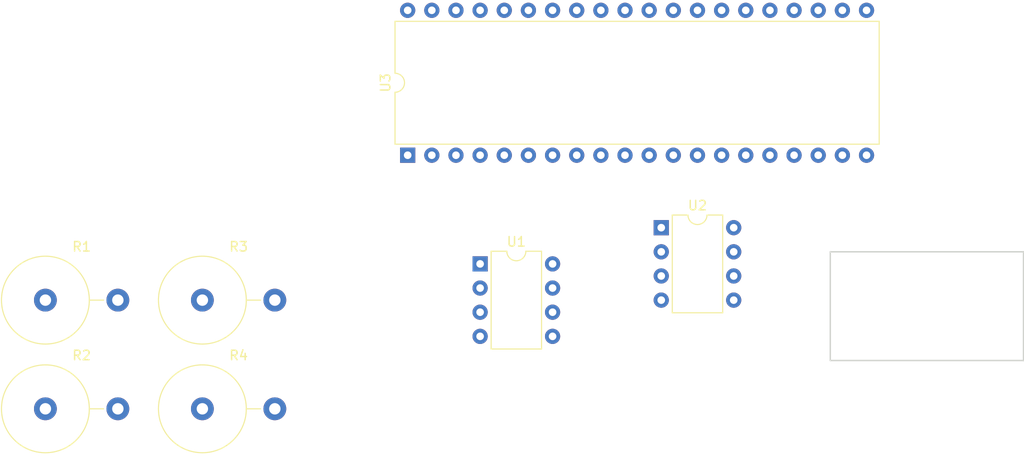
<source format=kicad_pcb>
(kicad_pcb (version 20171130) (host pcbnew "(5.1.6)-1")

  (general
    (thickness 1.6)
    (drawings 4)
    (tracks 0)
    (zones 0)
    (modules 7)
    (nets 9)
  )

  (page A4)
  (layers
    (0 F.Cu signal)
    (31 B.Cu signal)
    (32 B.Adhes user)
    (33 F.Adhes user)
    (34 B.Paste user)
    (35 F.Paste user)
    (36 B.SilkS user)
    (37 F.SilkS user)
    (38 B.Mask user)
    (39 F.Mask user)
    (40 Dwgs.User user)
    (41 Cmts.User user)
    (42 Eco1.User user)
    (43 Eco2.User user)
    (44 Edge.Cuts user)
    (45 Margin user)
    (46 B.CrtYd user)
    (47 F.CrtYd user)
    (48 B.Fab user)
    (49 F.Fab user)
  )

  (setup
    (last_trace_width 0.25)
    (trace_clearance 0.2)
    (zone_clearance 0.508)
    (zone_45_only no)
    (trace_min 0.2)
    (via_size 0.8)
    (via_drill 0.4)
    (via_min_size 0.4)
    (via_min_drill 0.3)
    (uvia_size 0.3)
    (uvia_drill 0.1)
    (uvias_allowed no)
    (uvia_min_size 0.2)
    (uvia_min_drill 0.1)
    (edge_width 0.15)
    (segment_width 0.2)
    (pcb_text_width 0.3)
    (pcb_text_size 1.5 1.5)
    (mod_edge_width 0.15)
    (mod_text_size 1 1)
    (mod_text_width 0.15)
    (pad_size 1.6 1.6)
    (pad_drill 0.8)
    (pad_to_mask_clearance 0.2)
    (aux_axis_origin 0 0)
    (visible_elements 7FFFFFFF)
    (pcbplotparams
      (layerselection 0x010fc_ffffffff)
      (usegerberextensions false)
      (usegerberattributes false)
      (usegerberadvancedattributes false)
      (creategerberjobfile false)
      (excludeedgelayer true)
      (linewidth 0.100000)
      (plotframeref false)
      (viasonmask false)
      (mode 1)
      (useauxorigin false)
      (hpglpennumber 1)
      (hpglpenspeed 20)
      (hpglpendiameter 15.000000)
      (psnegative false)
      (psa4output false)
      (plotreference true)
      (plotvalue true)
      (plotinvisibletext false)
      (padsonsilk false)
      (subtractmaskfromsilk false)
      (outputformat 1)
      (mirror false)
      (drillshape 1)
      (scaleselection 1)
      (outputdirectory ""))
  )

  (net 0 "")
  (net 1 GND)
  (net 2 /CV)
  (net 3 /THR)
  (net 4 /Q)
  (net 5 /DIS)
  (net 6 /~R)
  (net 7 VCC)
  (net 8 /TR)

  (net_class Default "This is the default net class."
    (clearance 0.2)
    (trace_width 0.25)
    (via_dia 0.8)
    (via_drill 0.4)
    (uvia_dia 0.3)
    (uvia_drill 0.1)
    (add_net /CV)
    (add_net /DIS)
    (add_net /Q)
    (add_net /THR)
    (add_net /TR)
    (add_net /~R)
    (add_net GND)
    (add_net "Net-(R1-Pad1)")
    (add_net "Net-(R1-Pad2)")
    (add_net "Net-(R2-Pad1)")
    (add_net "Net-(R2-Pad2)")
    (add_net "Net-(R3-Pad1)")
    (add_net "Net-(R3-Pad2)")
    (add_net "Net-(R4-Pad1)")
    (add_net "Net-(R4-Pad2)")
    (add_net "Net-(U3-Pad1)")
    (add_net "Net-(U3-Pad10)")
    (add_net "Net-(U3-Pad11)")
    (add_net "Net-(U3-Pad12)")
    (add_net "Net-(U3-Pad13)")
    (add_net "Net-(U3-Pad14)")
    (add_net "Net-(U3-Pad15)")
    (add_net "Net-(U3-Pad16)")
    (add_net "Net-(U3-Pad17)")
    (add_net "Net-(U3-Pad18)")
    (add_net "Net-(U3-Pad19)")
    (add_net "Net-(U3-Pad2)")
    (add_net "Net-(U3-Pad20)")
    (add_net "Net-(U3-Pad21)")
    (add_net "Net-(U3-Pad22)")
    (add_net "Net-(U3-Pad23)")
    (add_net "Net-(U3-Pad24)")
    (add_net "Net-(U3-Pad25)")
    (add_net "Net-(U3-Pad26)")
    (add_net "Net-(U3-Pad27)")
    (add_net "Net-(U3-Pad28)")
    (add_net "Net-(U3-Pad29)")
    (add_net "Net-(U3-Pad3)")
    (add_net "Net-(U3-Pad30)")
    (add_net "Net-(U3-Pad31)")
    (add_net "Net-(U3-Pad32)")
    (add_net "Net-(U3-Pad33)")
    (add_net "Net-(U3-Pad34)")
    (add_net "Net-(U3-Pad35)")
    (add_net "Net-(U3-Pad36)")
    (add_net "Net-(U3-Pad37)")
    (add_net "Net-(U3-Pad38)")
    (add_net "Net-(U3-Pad39)")
    (add_net "Net-(U3-Pad4)")
    (add_net "Net-(U3-Pad40)")
    (add_net "Net-(U3-Pad5)")
    (add_net "Net-(U3-Pad6)")
    (add_net "Net-(U3-Pad7)")
    (add_net "Net-(U3-Pad8)")
    (add_net "Net-(U3-Pad9)")
    (add_net VCC)
  )

  (module Package_DIP:DIP-8_W7.62mm (layer F.Cu) (tedit 5A02E8C5) (tstamp 5F5B55D4)
    (at 135.89 67.31)
    (descr "8-lead though-hole mounted DIP package, row spacing 7.62 mm (300 mils)")
    (tags "THT DIP DIL PDIP 2.54mm 7.62mm 300mil")
    (path /5F5B61C8)
    (fp_text reference U2 (at 3.81 -2.33) (layer F.SilkS)
      (effects (font (size 1 1) (thickness 0.15)))
    )
    (fp_text value NA555P (at 3.81 9.95) (layer F.Fab)
      (effects (font (size 1 1) (thickness 0.15)))
    )
    (fp_text user %R (at 3.81 3.81) (layer F.Fab)
      (effects (font (size 1 1) (thickness 0.15)))
    )
    (fp_arc (start 3.81 -1.33) (end 2.81 -1.33) (angle -180) (layer F.SilkS) (width 0.12))
    (fp_line (start 1.635 -1.27) (end 6.985 -1.27) (layer F.Fab) (width 0.1))
    (fp_line (start 6.985 -1.27) (end 6.985 8.89) (layer F.Fab) (width 0.1))
    (fp_line (start 6.985 8.89) (end 0.635 8.89) (layer F.Fab) (width 0.1))
    (fp_line (start 0.635 8.89) (end 0.635 -0.27) (layer F.Fab) (width 0.1))
    (fp_line (start 0.635 -0.27) (end 1.635 -1.27) (layer F.Fab) (width 0.1))
    (fp_line (start 2.81 -1.33) (end 1.16 -1.33) (layer F.SilkS) (width 0.12))
    (fp_line (start 1.16 -1.33) (end 1.16 8.95) (layer F.SilkS) (width 0.12))
    (fp_line (start 1.16 8.95) (end 6.46 8.95) (layer F.SilkS) (width 0.12))
    (fp_line (start 6.46 8.95) (end 6.46 -1.33) (layer F.SilkS) (width 0.12))
    (fp_line (start 6.46 -1.33) (end 4.81 -1.33) (layer F.SilkS) (width 0.12))
    (fp_line (start -1.1 -1.55) (end -1.1 9.15) (layer F.CrtYd) (width 0.05))
    (fp_line (start -1.1 9.15) (end 8.7 9.15) (layer F.CrtYd) (width 0.05))
    (fp_line (start 8.7 9.15) (end 8.7 -1.55) (layer F.CrtYd) (width 0.05))
    (fp_line (start 8.7 -1.55) (end -1.1 -1.55) (layer F.CrtYd) (width 0.05))
    (pad 8 thru_hole oval (at 7.62 0) (size 1.6 1.6) (drill 0.8) (layers *.Cu *.Mask)
      (net 7 VCC))
    (pad 4 thru_hole oval (at 0 7.62) (size 1.6 1.6) (drill 0.8) (layers *.Cu *.Mask)
      (net 6 /~R))
    (pad 7 thru_hole oval (at 7.62 2.54) (size 1.6 1.6) (drill 0.8) (layers *.Cu *.Mask)
      (net 5 /DIS))
    (pad 3 thru_hole oval (at 0 5.08) (size 1.6 1.6) (drill 0.8) (layers *.Cu *.Mask)
      (net 4 /Q))
    (pad 6 thru_hole oval (at 7.62 5.08) (size 1.6 1.6) (drill 0.8) (layers *.Cu *.Mask)
      (net 3 /THR))
    (pad 2 thru_hole oval (at 0 2.54) (size 1.6 1.6) (drill 0.8) (layers *.Cu *.Mask)
      (net 8 /TR))
    (pad 5 thru_hole oval (at 7.62 7.62) (size 1.6 1.6) (drill 0.8) (layers *.Cu *.Mask)
      (net 2 /CV))
    (pad 1 thru_hole rect (at 0 0) (size 1.6 1.6) (drill 0.8) (layers *.Cu *.Mask)
      (net 1 GND))
    (model ${KISYS3DMOD}/Package_DIP.3dshapes/DIP-8_W7.62mm.wrl
      (at (xyz 0 0 0))
      (scale (xyz 1 1 1))
      (rotate (xyz 0 0 0))
    )
  )

  (module Package_DIP:DIP-8_W7.62mm (layer F.Cu) (tedit 5A02E8C5) (tstamp 5F5B55B8)
    (at 116.84 71.12)
    (descr "8-lead though-hole mounted DIP package, row spacing 7.62 mm (300 mils)")
    (tags "THT DIP DIL PDIP 2.54mm 7.62mm 300mil")
    (path /5F5B5135)
    (fp_text reference U1 (at 3.81 -2.33) (layer F.SilkS)
      (effects (font (size 1 1) (thickness 0.15)))
    )
    (fp_text value NA555P (at 3.81 9.95) (layer F.Fab)
      (effects (font (size 1 1) (thickness 0.15)))
    )
    (fp_text user %R (at 3.81 3.81) (layer F.Fab)
      (effects (font (size 1 1) (thickness 0.15)))
    )
    (fp_arc (start 3.81 -1.33) (end 2.81 -1.33) (angle -180) (layer F.SilkS) (width 0.12))
    (fp_line (start 1.635 -1.27) (end 6.985 -1.27) (layer F.Fab) (width 0.1))
    (fp_line (start 6.985 -1.27) (end 6.985 8.89) (layer F.Fab) (width 0.1))
    (fp_line (start 6.985 8.89) (end 0.635 8.89) (layer F.Fab) (width 0.1))
    (fp_line (start 0.635 8.89) (end 0.635 -0.27) (layer F.Fab) (width 0.1))
    (fp_line (start 0.635 -0.27) (end 1.635 -1.27) (layer F.Fab) (width 0.1))
    (fp_line (start 2.81 -1.33) (end 1.16 -1.33) (layer F.SilkS) (width 0.12))
    (fp_line (start 1.16 -1.33) (end 1.16 8.95) (layer F.SilkS) (width 0.12))
    (fp_line (start 1.16 8.95) (end 6.46 8.95) (layer F.SilkS) (width 0.12))
    (fp_line (start 6.46 8.95) (end 6.46 -1.33) (layer F.SilkS) (width 0.12))
    (fp_line (start 6.46 -1.33) (end 4.81 -1.33) (layer F.SilkS) (width 0.12))
    (fp_line (start -1.1 -1.55) (end -1.1 9.15) (layer F.CrtYd) (width 0.05))
    (fp_line (start -1.1 9.15) (end 8.7 9.15) (layer F.CrtYd) (width 0.05))
    (fp_line (start 8.7 9.15) (end 8.7 -1.55) (layer F.CrtYd) (width 0.05))
    (fp_line (start 8.7 -1.55) (end -1.1 -1.55) (layer F.CrtYd) (width 0.05))
    (pad 8 thru_hole oval (at 7.62 0) (size 1.6 1.6) (drill 0.8) (layers *.Cu *.Mask)
      (net 7 VCC))
    (pad 4 thru_hole oval (at 0 7.62) (size 1.6 1.6) (drill 0.8) (layers *.Cu *.Mask)
      (net 6 /~R))
    (pad 7 thru_hole oval (at 7.62 2.54) (size 1.6 1.6) (drill 0.8) (layers *.Cu *.Mask)
      (net 5 /DIS))
    (pad 3 thru_hole oval (at 0 5.08) (size 1.6 1.6) (drill 0.8) (layers *.Cu *.Mask)
      (net 4 /Q))
    (pad 6 thru_hole oval (at 7.62 5.08) (size 1.6 1.6) (drill 0.8) (layers *.Cu *.Mask)
      (net 3 /THR))
    (pad 2 thru_hole oval (at 0 2.54) (size 1.6 1.6) (drill 0.8) (layers *.Cu *.Mask)
      (net 8 /TR))
    (pad 5 thru_hole oval (at 7.62 7.62) (size 1.6 1.6) (drill 0.8) (layers *.Cu *.Mask)
      (net 2 /CV))
    (pad 1 thru_hole rect (at 0 0) (size 1.6 1.6) (drill 0.8) (layers *.Cu *.Mask)
      (net 1 GND))
    (model ${KISYS3DMOD}/Package_DIP.3dshapes/DIP-8_W7.62mm.wrl
      (at (xyz 0 0 0))
      (scale (xyz 1 1 1))
      (rotate (xyz 0 0 0))
    )
  )

  (module Resistor_THT:R_Axial_DIN0922_L20.0mm_D9.0mm_P7.62mm_Vertical (layer F.Cu) (tedit 5AE5139B) (tstamp 5C3144D4)
    (at 87.63 86.36)
    (descr "Resistor, Axial_DIN0922 series, Axial, Vertical, pin pitch=7.62mm, 5W, length*diameter=20*9mm^2, http://www.vishay.com/docs/20128/wkxwrx.pdf")
    (tags "Resistor Axial_DIN0922 series Axial Vertical pin pitch 7.62mm 5W length 20mm diameter 9mm")
    (path /5C24FB98)
    (fp_text reference R4 (at 3.81 -5.62) (layer F.SilkS)
      (effects (font (size 1 1) (thickness 0.15)))
    )
    (fp_text value 0.1uF (at 3.81 5.62) (layer F.Fab)
      (effects (font (size 1 1) (thickness 0.15)))
    )
    (fp_circle (center 0 0) (end 4.5 0) (layer F.Fab) (width 0.1))
    (fp_circle (center 0 0) (end 4.62 0) (layer F.SilkS) (width 0.12))
    (fp_line (start 0 0) (end 7.62 0) (layer F.Fab) (width 0.1))
    (fp_line (start 4.62 0) (end 6.12 0) (layer F.SilkS) (width 0.12))
    (fp_line (start -4.75 -4.75) (end -4.75 4.75) (layer F.CrtYd) (width 0.05))
    (fp_line (start -4.75 4.75) (end 9.07 4.75) (layer F.CrtYd) (width 0.05))
    (fp_line (start 9.07 4.75) (end 9.07 -4.75) (layer F.CrtYd) (width 0.05))
    (fp_line (start 9.07 -4.75) (end -4.75 -4.75) (layer F.CrtYd) (width 0.05))
    (fp_text user %R (at 0 -1.7) (layer F.Fab)
      (effects (font (size 1 1) (thickness 0.15)))
    )
    (pad 2 thru_hole oval (at 7.62 0) (size 2.4 2.4) (drill 1.2) (layers *.Cu *.Mask))
    (pad 1 thru_hole circle (at 0 0) (size 2.4 2.4) (drill 1.2) (layers *.Cu *.Mask))
    (model ${KISYS3DMOD}/Resistor_THT.3dshapes/R_Axial_DIN0922_L20.0mm_D9.0mm_P7.62mm_Vertical.wrl
      (at (xyz 0 0 0))
      (scale (xyz 1 1 1))
      (rotate (xyz 0 0 0))
    )
  )

  (module Resistor_THT:R_Axial_DIN0922_L20.0mm_D9.0mm_P7.62mm_Vertical (layer F.Cu) (tedit 5AE5139B) (tstamp 5C3144C5)
    (at 87.63 74.93)
    (descr "Resistor, Axial_DIN0922 series, Axial, Vertical, pin pitch=7.62mm, 5W, length*diameter=20*9mm^2, http://www.vishay.com/docs/20128/wkxwrx.pdf")
    (tags "Resistor Axial_DIN0922 series Axial Vertical pin pitch 7.62mm 5W length 20mm diameter 9mm")
    (path /5C24FB07)
    (fp_text reference R3 (at 3.81 -5.62) (layer F.SilkS)
      (effects (font (size 1 1) (thickness 0.15)))
    )
    (fp_text value "2 M" (at 3.81 5.62) (layer F.Fab)
      (effects (font (size 1 1) (thickness 0.15)))
    )
    (fp_line (start 9.07 -4.75) (end -4.75 -4.75) (layer F.CrtYd) (width 0.05))
    (fp_line (start 9.07 4.75) (end 9.07 -4.75) (layer F.CrtYd) (width 0.05))
    (fp_line (start -4.75 4.75) (end 9.07 4.75) (layer F.CrtYd) (width 0.05))
    (fp_line (start -4.75 -4.75) (end -4.75 4.75) (layer F.CrtYd) (width 0.05))
    (fp_line (start 4.62 0) (end 6.12 0) (layer F.SilkS) (width 0.12))
    (fp_line (start 0 0) (end 7.62 0) (layer F.Fab) (width 0.1))
    (fp_circle (center 0 0) (end 4.62 0) (layer F.SilkS) (width 0.12))
    (fp_circle (center 0 0) (end 4.5 0) (layer F.Fab) (width 0.1))
    (fp_text user %R (at 0 -1.7) (layer F.Fab)
      (effects (font (size 1 1) (thickness 0.15)))
    )
    (pad 1 thru_hole circle (at 0 0) (size 2.4 2.4) (drill 1.2) (layers *.Cu *.Mask))
    (pad 2 thru_hole oval (at 7.62 0) (size 2.4 2.4) (drill 1.2) (layers *.Cu *.Mask))
    (model ${KISYS3DMOD}/Resistor_THT.3dshapes/R_Axial_DIN0922_L20.0mm_D9.0mm_P7.62mm_Vertical.wrl
      (at (xyz 0 0 0))
      (scale (xyz 1 1 1))
      (rotate (xyz 0 0 0))
    )
  )

  (module Resistor_THT:R_Axial_DIN0922_L20.0mm_D9.0mm_P7.62mm_Vertical (layer F.Cu) (tedit 5AE5139B) (tstamp 5C3144B6)
    (at 71.12 86.36)
    (descr "Resistor, Axial_DIN0922 series, Axial, Vertical, pin pitch=7.62mm, 5W, length*diameter=20*9mm^2, http://www.vishay.com/docs/20128/wkxwrx.pdf")
    (tags "Resistor Axial_DIN0922 series Axial Vertical pin pitch 7.62mm 5W length 20mm diameter 9mm")
    (path /5C24FAD5)
    (fp_text reference R2 (at 3.81 -5.62) (layer F.SilkS)
      (effects (font (size 1 1) (thickness 0.15)))
    )
    (fp_text value 330 (at 3.81 5.62) (layer F.Fab)
      (effects (font (size 1 1) (thickness 0.15)))
    )
    (fp_circle (center 0 0) (end 4.5 0) (layer F.Fab) (width 0.1))
    (fp_circle (center 0 0) (end 4.62 0) (layer F.SilkS) (width 0.12))
    (fp_line (start 0 0) (end 7.62 0) (layer F.Fab) (width 0.1))
    (fp_line (start 4.62 0) (end 6.12 0) (layer F.SilkS) (width 0.12))
    (fp_line (start -4.75 -4.75) (end -4.75 4.75) (layer F.CrtYd) (width 0.05))
    (fp_line (start -4.75 4.75) (end 9.07 4.75) (layer F.CrtYd) (width 0.05))
    (fp_line (start 9.07 4.75) (end 9.07 -4.75) (layer F.CrtYd) (width 0.05))
    (fp_line (start 9.07 -4.75) (end -4.75 -4.75) (layer F.CrtYd) (width 0.05))
    (fp_text user %R (at 0 -1.7) (layer F.Fab)
      (effects (font (size 1 1) (thickness 0.15)))
    )
    (pad 2 thru_hole oval (at 7.62 0) (size 2.4 2.4) (drill 1.2) (layers *.Cu *.Mask))
    (pad 1 thru_hole circle (at 0 0) (size 2.4 2.4) (drill 1.2) (layers *.Cu *.Mask))
    (model ${KISYS3DMOD}/Resistor_THT.3dshapes/R_Axial_DIN0922_L20.0mm_D9.0mm_P7.62mm_Vertical.wrl
      (at (xyz 0 0 0))
      (scale (xyz 1 1 1))
      (rotate (xyz 0 0 0))
    )
  )

  (module Resistor_THT:R_Axial_DIN0922_L20.0mm_D9.0mm_P7.62mm_Vertical (layer F.Cu) (tedit 5AE5139B) (tstamp 5C3144A7)
    (at 71.12 74.93)
    (descr "Resistor, Axial_DIN0922 series, Axial, Vertical, pin pitch=7.62mm, 5W, length*diameter=20*9mm^2, http://www.vishay.com/docs/20128/wkxwrx.pdf")
    (tags "Resistor Axial_DIN0922 series Axial Vertical pin pitch 7.62mm 5W length 20mm diameter 9mm")
    (path /5C24FA6F)
    (fp_text reference R1 (at 3.81 -5.62) (layer F.SilkS)
      (effects (font (size 1 1) (thickness 0.15)))
    )
    (fp_text value 10k (at 3.81 5.62) (layer F.Fab)
      (effects (font (size 1 1) (thickness 0.15)))
    )
    (fp_line (start 9.07 -4.75) (end -4.75 -4.75) (layer F.CrtYd) (width 0.05))
    (fp_line (start 9.07 4.75) (end 9.07 -4.75) (layer F.CrtYd) (width 0.05))
    (fp_line (start -4.75 4.75) (end 9.07 4.75) (layer F.CrtYd) (width 0.05))
    (fp_line (start -4.75 -4.75) (end -4.75 4.75) (layer F.CrtYd) (width 0.05))
    (fp_line (start 4.62 0) (end 6.12 0) (layer F.SilkS) (width 0.12))
    (fp_line (start 0 0) (end 7.62 0) (layer F.Fab) (width 0.1))
    (fp_circle (center 0 0) (end 4.62 0) (layer F.SilkS) (width 0.12))
    (fp_circle (center 0 0) (end 4.5 0) (layer F.Fab) (width 0.1))
    (fp_text user %R (at 0 -1.7) (layer F.Fab)
      (effects (font (size 1 1) (thickness 0.15)))
    )
    (pad 1 thru_hole circle (at 0 0) (size 2.4 2.4) (drill 1.2) (layers *.Cu *.Mask))
    (pad 2 thru_hole oval (at 7.62 0) (size 2.4 2.4) (drill 1.2) (layers *.Cu *.Mask))
    (model ${KISYS3DMOD}/Resistor_THT.3dshapes/R_Axial_DIN0922_L20.0mm_D9.0mm_P7.62mm_Vertical.wrl
      (at (xyz 0 0 0))
      (scale (xyz 1 1 1))
      (rotate (xyz 0 0 0))
    )
  )

  (module Package_DIP:DIP-40_W15.24mm (layer F.Cu) (tedit 5A02E8C5) (tstamp 5C1A0EB7)
    (at 109.22 59.69 90)
    (descr "40-lead though-hole mounted DIP package, row spacing 15.24 mm (600 mils)")
    (tags "THT DIP DIL PDIP 2.54mm 15.24mm 600mil")
    (path /5C1A0A4A)
    (fp_text reference U3 (at 7.62 -2.33 90) (layer F.SilkS)
      (effects (font (size 1 1) (thickness 0.15)))
    )
    (fp_text value 8255 (at 7.62 50.59 90) (layer F.Fab)
      (effects (font (size 1 1) (thickness 0.15)))
    )
    (fp_line (start 16.3 -1.55) (end -1.05 -1.55) (layer F.CrtYd) (width 0.05))
    (fp_line (start 16.3 49.8) (end 16.3 -1.55) (layer F.CrtYd) (width 0.05))
    (fp_line (start -1.05 49.8) (end 16.3 49.8) (layer F.CrtYd) (width 0.05))
    (fp_line (start -1.05 -1.55) (end -1.05 49.8) (layer F.CrtYd) (width 0.05))
    (fp_line (start 14.08 -1.33) (end 8.62 -1.33) (layer F.SilkS) (width 0.12))
    (fp_line (start 14.08 49.59) (end 14.08 -1.33) (layer F.SilkS) (width 0.12))
    (fp_line (start 1.16 49.59) (end 14.08 49.59) (layer F.SilkS) (width 0.12))
    (fp_line (start 1.16 -1.33) (end 1.16 49.59) (layer F.SilkS) (width 0.12))
    (fp_line (start 6.62 -1.33) (end 1.16 -1.33) (layer F.SilkS) (width 0.12))
    (fp_line (start 0.255 -0.27) (end 1.255 -1.27) (layer F.Fab) (width 0.1))
    (fp_line (start 0.255 49.53) (end 0.255 -0.27) (layer F.Fab) (width 0.1))
    (fp_line (start 14.985 49.53) (end 0.255 49.53) (layer F.Fab) (width 0.1))
    (fp_line (start 14.985 -1.27) (end 14.985 49.53) (layer F.Fab) (width 0.1))
    (fp_line (start 1.255 -1.27) (end 14.985 -1.27) (layer F.Fab) (width 0.1))
    (fp_arc (start 7.62 -1.33) (end 6.62 -1.33) (angle -180) (layer F.SilkS) (width 0.12))
    (fp_text user %R (at 7.62 24.13 90) (layer F.Fab)
      (effects (font (size 1 1) (thickness 0.15)))
    )
    (pad 1 thru_hole rect (at 0 0 90) (size 1.6 1.6) (drill 0.8) (layers *.Cu *.Mask))
    (pad 21 thru_hole oval (at 15.24 48.26 90) (size 1.6 1.6) (drill 0.8) (layers *.Cu *.Mask))
    (pad 2 thru_hole oval (at 0 2.54 90) (size 1.6 1.6) (drill 0.8) (layers *.Cu *.Mask))
    (pad 22 thru_hole oval (at 15.24 45.72 90) (size 1.6 1.6) (drill 0.8) (layers *.Cu *.Mask))
    (pad 3 thru_hole oval (at 0 5.08 90) (size 1.6 1.6) (drill 0.8) (layers *.Cu *.Mask))
    (pad 23 thru_hole oval (at 15.24 43.18 90) (size 1.6 1.6) (drill 0.8) (layers *.Cu *.Mask))
    (pad 4 thru_hole oval (at 0 7.62 90) (size 1.6 1.6) (drill 0.8) (layers *.Cu *.Mask))
    (pad 24 thru_hole oval (at 15.24 40.64 90) (size 1.6 1.6) (drill 0.8) (layers *.Cu *.Mask))
    (pad 5 thru_hole oval (at 0 10.16 90) (size 1.6 1.6) (drill 0.8) (layers *.Cu *.Mask))
    (pad 25 thru_hole oval (at 15.24 38.1 90) (size 1.6 1.6) (drill 0.8) (layers *.Cu *.Mask))
    (pad 6 thru_hole oval (at 0 12.7 90) (size 1.6 1.6) (drill 0.8) (layers *.Cu *.Mask))
    (pad 26 thru_hole oval (at 15.24 35.56 90) (size 1.6 1.6) (drill 0.8) (layers *.Cu *.Mask))
    (pad 7 thru_hole oval (at 0 15.24 90) (size 1.6 1.6) (drill 0.8) (layers *.Cu *.Mask))
    (pad 27 thru_hole oval (at 15.24 33.02 90) (size 1.6 1.6) (drill 0.8) (layers *.Cu *.Mask))
    (pad 8 thru_hole oval (at 0 17.78 90) (size 1.6 1.6) (drill 0.8) (layers *.Cu *.Mask))
    (pad 28 thru_hole oval (at 15.24 30.48 90) (size 1.6 1.6) (drill 0.8) (layers *.Cu *.Mask))
    (pad 9 thru_hole oval (at 0 20.32 90) (size 1.6 1.6) (drill 0.8) (layers *.Cu *.Mask))
    (pad 29 thru_hole oval (at 15.24 27.94 90) (size 1.6 1.6) (drill 0.8) (layers *.Cu *.Mask))
    (pad 10 thru_hole oval (at 0 22.86 90) (size 1.6 1.6) (drill 0.8) (layers *.Cu *.Mask))
    (pad 30 thru_hole oval (at 15.24 25.4 90) (size 1.6 1.6) (drill 0.8) (layers *.Cu *.Mask))
    (pad 11 thru_hole oval (at 0 25.4 90) (size 1.6 1.6) (drill 0.8) (layers *.Cu *.Mask))
    (pad 31 thru_hole oval (at 15.24 22.86 90) (size 1.6 1.6) (drill 0.8) (layers *.Cu *.Mask))
    (pad 12 thru_hole oval (at 0 27.94 90) (size 1.6 1.6) (drill 0.8) (layers *.Cu *.Mask))
    (pad 32 thru_hole oval (at 15.24 20.32 90) (size 1.6 1.6) (drill 0.8) (layers *.Cu *.Mask))
    (pad 13 thru_hole oval (at 0 30.48 90) (size 1.6 1.6) (drill 0.8) (layers *.Cu *.Mask))
    (pad 33 thru_hole oval (at 15.24 17.78 90) (size 1.6 1.6) (drill 0.8) (layers *.Cu *.Mask))
    (pad 14 thru_hole oval (at 0 33.02 90) (size 1.6 1.6) (drill 0.8) (layers *.Cu *.Mask))
    (pad 34 thru_hole oval (at 15.24 15.24 90) (size 1.6 1.6) (drill 0.8) (layers *.Cu *.Mask))
    (pad 15 thru_hole oval (at 0 35.56 90) (size 1.6 1.6) (drill 0.8) (layers *.Cu *.Mask))
    (pad 35 thru_hole oval (at 15.24 12.7 90) (size 1.6 1.6) (drill 0.8) (layers *.Cu *.Mask))
    (pad 16 thru_hole oval (at 0 38.1 90) (size 1.6 1.6) (drill 0.8) (layers *.Cu *.Mask))
    (pad 36 thru_hole oval (at 15.24 10.16 90) (size 1.6 1.6) (drill 0.8) (layers *.Cu *.Mask))
    (pad 17 thru_hole oval (at 0 40.64 90) (size 1.6 1.6) (drill 0.8) (layers *.Cu *.Mask))
    (pad 37 thru_hole oval (at 15.24 7.62 90) (size 1.6 1.6) (drill 0.8) (layers *.Cu *.Mask))
    (pad 18 thru_hole oval (at 0 43.18 90) (size 1.6 1.6) (drill 0.8) (layers *.Cu *.Mask))
    (pad 38 thru_hole oval (at 15.24 5.08 90) (size 1.6 1.6) (drill 0.8) (layers *.Cu *.Mask))
    (pad 19 thru_hole oval (at 0 45.72 90) (size 1.6 1.6) (drill 0.8) (layers *.Cu *.Mask))
    (pad 39 thru_hole oval (at 15.24 2.54 90) (size 1.6 1.6) (drill 0.8) (layers *.Cu *.Mask))
    (pad 20 thru_hole oval (at 0 48.26 90) (size 1.6 1.6) (drill 0.8) (layers *.Cu *.Mask))
    (pad 40 thru_hole oval (at 15.24 0 90) (size 1.6 1.6) (drill 0.8) (layers *.Cu *.Mask))
    (model ${KISYS3DMOD}/Package_DIP.3dshapes/DIP-40_W15.24mm.wrl
      (at (xyz 0 0 0))
      (scale (xyz 1 1 1))
      (rotate (xyz 0 0 0))
    )
  )

  (gr_line (start 153.67 81.28) (end 153.67 69.85) (layer Edge.Cuts) (width 0.15) (tstamp 5F5B5681))
  (gr_line (start 173.99 81.28) (end 153.67 81.28) (layer Edge.Cuts) (width 0.15))
  (gr_line (start 173.99 69.85) (end 173.99 81.28) (layer Edge.Cuts) (width 0.15))
  (gr_line (start 153.67 69.85) (end 173.99 69.85) (layer Edge.Cuts) (width 0.15))

)

</source>
